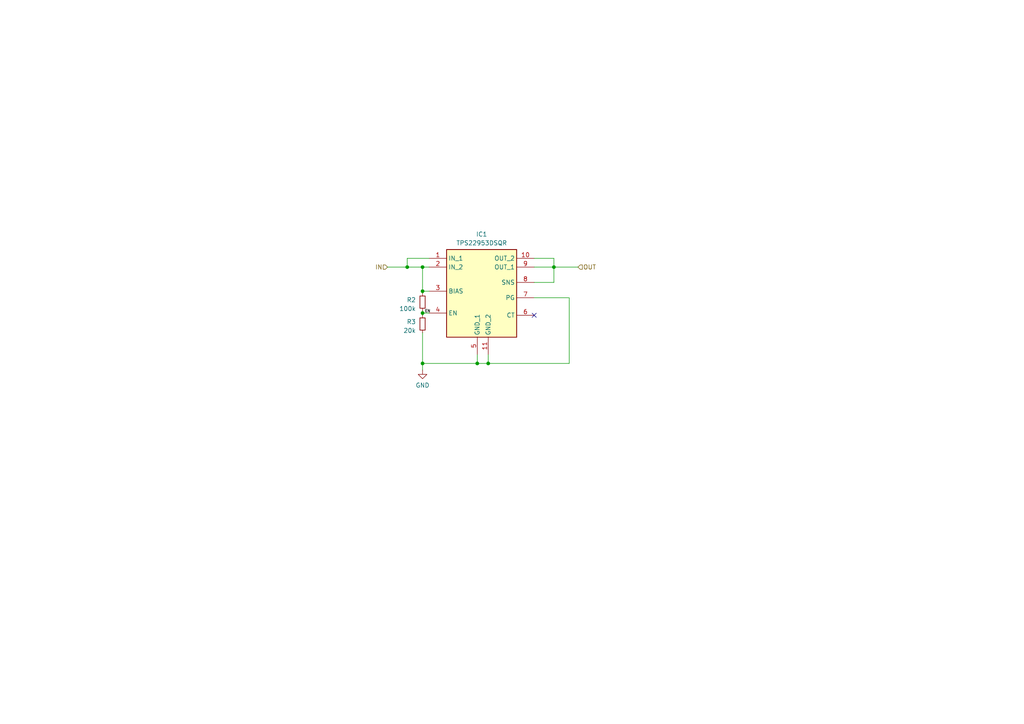
<source format=kicad_sch>
(kicad_sch (version 20230121) (generator eeschema)
  (paper "A4")
  (title_block (title "The Luwu") (date "2023-12-29") (rev "1") (company "FG Labs"))
  (lib_symbols
    (symbol "Device:R_Small" (pin_numbers hide) (pin_names (offset 0.254) hide)
      (property "Reference" "R" (at 0.762 0.508 0))
      (property "Value" "R_Small" (at 0.762 -1.016 0))
      (symbol "R_Small_0_1"
        (rectangle (start -0.762 1.778) (end 0.762 -1.778) (stroke (width 0.2032)))
      )
      (symbol "R_Small_1_1"
        (pin passive line (at 0 2.54 270) (length 0.762) (name "~") (number "1"))
        (pin passive line (at 0 -2.54 90) (length 0.762) (name "~") (number "2"))
      )
    )
    (symbol "SamacSys_Parts_2:TPS22953DSQR"
      (property "Reference" "IC" (at 26.67 7.62 0))
      (property "Value" "TPS22953DSQR" (at 26.67 5.08 0))
      (symbol "TPS22953DSQR_1_1"
        (rectangle (start 5.08 2.54) (end 25.4 -22.86) (stroke (width 0.254)) (fill (type background)))
        (pin passive line (at 0 0 0) (length 5.08) (name "IN_1") (number "1"))
        (pin passive line (at 30.48 0 180) (length 5.08) (name "OUT_2") (number "10"))
        (pin passive line (at 17.145 -27.94 90) (length 5.08) (name "GND_2") (number "11"))
        (pin passive line (at 0 -2.54 0) (length 5.08) (name "IN_2") (number "2"))
        (pin passive line (at 0 -9.525 0) (length 5.08) (name "BIAS") (number "3"))
        (pin passive line (at 0 -15.875 0) (length 5.08) (name "EN") (number "4"))
        (pin passive line (at 13.97 -27.94 90) (length 5.08) (name "GND_1") (number "5"))
        (pin passive line (at 30.48 -16.51 180) (length 5.08) (name "CT") (number "6"))
        (pin passive line (at 30.48 -11.43 180) (length 5.08) (name "PG") (number "7"))
        (pin passive line (at 30.48 -6.985 180) (length 5.08) (name "SNS") (number "8"))
        (pin passive line (at 30.48 -2.54 180) (length 5.08) (name "OUT_1") (number "9"))
      )
    )
    (symbol "power:GND" (power) (pin_names (offset 0))
      (property "Value" "GND" (at 0 -3.81 0))
      (symbol "GND_0_1"
        (polyline (pts (xy 0 0) (xy 0 -1.27) (xy 1.27 -1.27) (xy 0 -2.54) (xy -1.27 -1.27) (xy 0 -1.27)))
      )
      (symbol "GND_1_1"
        (pin power_in line (at 0 0 270) (length 0) hide (name "GND") (number "1"))
      )
    )
  )
  (junction (at 122.555 105.41))
  (junction (at 122.555 77.47))
  (junction (at 160.655 77.47))
  (junction (at 122.555 84.455))
  (junction (at 138.43 105.41))
  (junction (at 141.605 105.41))
  (junction (at 118.11 77.47))
  (junction (at 122.555 90.805))
  (no_connect (at 154.94 91.44))
  (wire (pts (xy 122.555 90.17) (xy 122.555 90.805)))
  (wire (pts (xy 122.555 84.455) (xy 124.46 84.455)))
  (wire (pts (xy 122.555 77.47) (xy 124.46 77.47)))
  (wire (pts (xy 160.655 77.47) (xy 167.64 77.47)))
  (wire (pts (xy 122.555 105.41) (xy 138.43 105.41)))
  (wire (pts (xy 122.555 90.805) (xy 124.46 90.805)))
  (wire (pts (xy 122.555 85.09) (xy 122.555 84.455)))
  (wire (pts (xy 124.46 74.93) (xy 118.11 74.93)))
  (wire (pts (xy 138.43 105.41) (xy 138.43 102.87)))
  (wire (pts (xy 118.11 77.47) (xy 122.555 77.47)))
  (wire (pts (xy 154.94 86.36) (xy 165.1 86.36)))
  (wire (pts (xy 160.655 74.93) (xy 160.655 77.47)))
  (wire (pts (xy 154.94 81.915) (xy 160.655 81.915)))
  (wire (pts (xy 165.1 86.36) (xy 165.1 105.41)))
  (wire (pts (xy 122.555 105.41) (xy 122.555 107.315)))
  (wire (pts (xy 122.555 77.47) (xy 122.555 84.455)))
  (wire (pts (xy 160.655 81.915) (xy 160.655 77.47)))
  (wire (pts (xy 160.655 77.47) (xy 154.94 77.47)))
  (wire (pts (xy 165.1 105.41) (xy 141.605 105.41)))
  (wire (pts (xy 118.11 74.93) (xy 118.11 77.47)))
  (wire (pts (xy 122.555 90.805) (xy 122.555 91.44)))
  (wire (pts (xy 154.94 74.93) (xy 160.655 74.93)))
  (wire (pts (xy 141.605 102.87) (xy 141.605 105.41)))
  (wire (pts (xy 122.555 96.52) (xy 122.555 105.41)))
  (wire (pts (xy 141.605 105.41) (xy 138.43 105.41)))
  (wire (pts (xy 112.395 77.47) (xy 118.11 77.47)))
  (label "EN" (at 123.19 90.805 0) (effects (font (size 0.762 0.762))))
  (hierarchical_label "IN" (shape input) (at 112.395 77.47 180))
  (hierarchical_label "OUT" (shape input) (at 167.64 77.47 0))
  (symbol (lib_id "SamacSys_Parts_2:TPS22953DSQR") (at 124.46 74.93 0) (unit 1)
    (property "Reference" "IC1" (at 139.7 67.945 0))
    (property "Value" "TPS22953DSQR" (at 139.7 70.485 0))
    (property "Footprint" "Samacsys 2:SON40P200X200X80-11N" (effects hide))
    (property "Datasheet" "http://www.ti.com/lit/gpn/tps22953" (effects hide))
    (property "Height" "0.8" (effects hide))
    (property "Mouser Part Number" "595-TPS22953DSQR" (effects hide))
    (property "Mouser Price/Stock" "https://www.mouser.co.uk/ProductDetail/Texas-Instruments/TPS22953DSQR?qs=lGsJEpdjMw3By0yQoF%252B7vQ%3D%3D" (effects hide))
    (property "Manufacturer_Name" "Texas Instruments" (effects hide))
    (property "Manufacturer_Part_Number" "TPS22953DSQR" (effects hide))
  )
  (symbol (lib_id "Device:R_Small") (at 122.555 87.63 0) (mirror y) (unit 1)
    (property "Reference" "R2" (at 120.65 86.995 0) (effects (justify left)))
    (property "Value" "100k" (at 120.65 89.535 0) (effects (justify left)))
    (property "Footprint" "Resistor_SMD:R_0603_1608Metric" (effects hide))
  )
  (symbol (lib_id "power:GND") (at 122.555 107.315 0) (unit 1)
    (property "Reference" "#PWR010" (effects hide))
    (property "Value" "GND" (at 122.555 111.76 0))
  )
  (symbol (lib_id "Device:R_Small") (at 122.555 93.98 0) (mirror y) (unit 1)
    (property "Reference" "R3" (at 120.65 93.345 0) (effects (justify left)))
    (property "Value" "20k" (at 120.65 95.885 0) (effects (justify left)))
    (property "Footprint" "Resistor_SMD:R_0603_1608Metric" (effects hide))
  )
)
</source>
